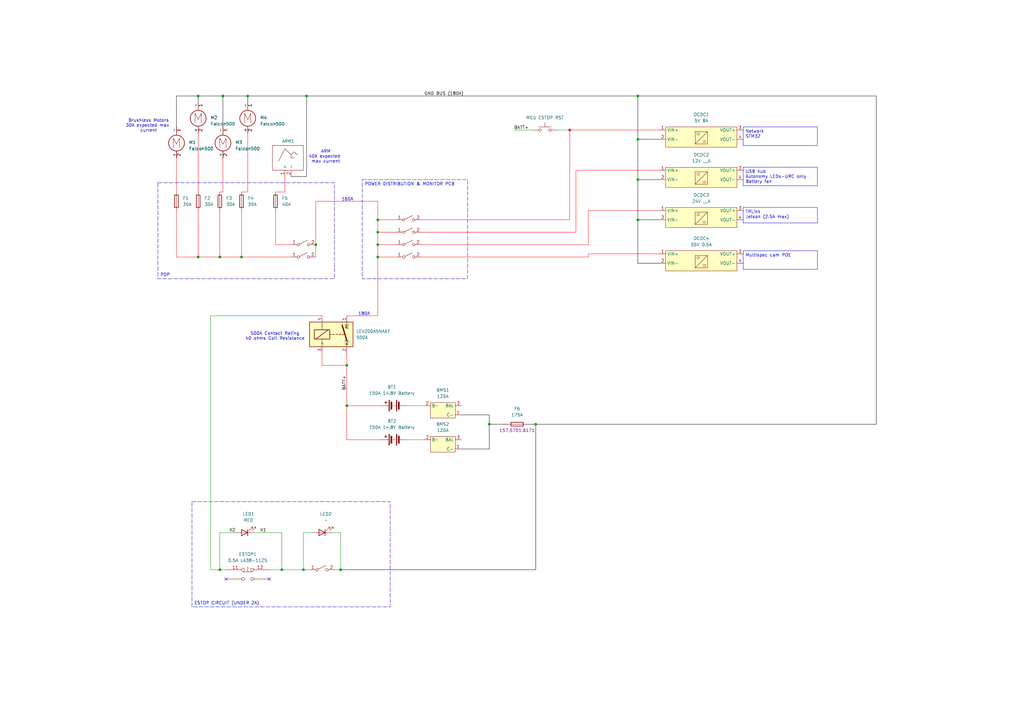
<source format=kicad_sch>
(kicad_sch (version 20250114) (generator "eeschema") (generator_version "9.0")
  (paper "A3")
  (title_block (title "CIRC Ampacity") (date "2025-11-27") (rev "1") (company "RSX") (comment 1 "Coco Lu"))
  (lib_symbols
    (symbol "Battery_1" (pin_numbers (hide yes)) (pin_names (offset 0) (hide yes))
      (property "Reference" "BT1" (at 7.62 0.5715 90))
      (property "Value" "150A 14.8V Battery" (at 5.08 0.5715 90))
      (symbol "Battery_1_0_1"
        (rectangle (start -2.286 1.778) (end 2.286 1.524) (fill (type outline)))
        (rectangle (start -2.286 -1.27) (end 2.286 -1.524) (fill (type outline)))
        (rectangle (start -1.524 1.016) (end 1.524 0.508) (fill (type outline)))
        (rectangle (start -1.524 -2.032) (end 1.524 -2.54) (fill (type outline)))
        (polyline (pts (xy 0 1.778) (xy 0 2.54)))
        (polyline (pts (xy 0 0) (xy 0 0.254)))
        (polyline (pts (xy 0 -0.508) (xy 0 -0.254)))
        (polyline (pts (xy 0 -1.016) (xy 0 -0.762)))
        (polyline (pts (xy 0.762 3.048) (xy 1.778 3.048)) (stroke (width 0.254)))
        (polyline (pts (xy 1.27 3.556) (xy 1.27 2.54)) (stroke (width 0.254)))
      )
      (symbol "Battery_1_1_1"
        (pin passive line (at 0 5.08 270) (length 2.54) (name "+") (number "1"))
        (pin passive line (at 0 -5.08 90) (length 2.54) (name "-") (number "2"))
      )
    )
    (symbol "CIRC_sym:4S_LIPO" (pin_numbers (hide yes)) (pin_names (offset 0) (hide yes))
      (property "Reference" "BT1" (at 7.62 0.5715 90))
      (property "Value" "150A 14.8V Battery" (at 5.08 0.5715 90))
      (symbol "4S_LIPO_0_1"
        (rectangle (start -2.286 1.778) (end 2.286 1.524) (fill (type outline)))
        (rectangle (start -2.286 -1.27) (end 2.286 -1.524) (fill (type outline)))
        (rectangle (start -1.524 1.016) (end 1.524 0.508) (fill (type outline)))
        (rectangle (start -1.524 -2.032) (end 1.524 -2.54) (fill (type outline)))
        (polyline (pts (xy 0 1.778) (xy 0 2.54)))
        (polyline (pts (xy 0 0) (xy 0 0.254)))
        (polyline (pts (xy 0 -0.508) (xy 0 -0.254)))
        (polyline (pts (xy 0 -1.016) (xy 0 -0.762)))
        (polyline (pts (xy 0.762 3.048) (xy 1.778 3.048)) (stroke (width 0.254)))
        (polyline (pts (xy 1.27 3.556) (xy 1.27 2.54)) (stroke (width 0.254)))
      )
      (symbol "4S_LIPO_1_1"
        (pin passive line (at 0 5.08 270) (length 2.54) (name "+") (number "1"))
        (pin passive line (at 0 -5.08 90) (length 2.54) (name "-") (number "2"))
      )
    )
    (symbol "CIRC_sym:ARM"
      (property "Reference" "ARM" (at 0 0 0))
      (symbol "ARM_0_1"
        (rectangle (start -6.35 -1.27) (end 6.35 -11.43))
      )
      (symbol "ARM_1_1"
        (polyline (pts (xy -3.81 -7.62) (xy -1.27 -2.54) (xy 1.27 -5.08) (xy 2.54 -3.81) (xy 3.81 -5.08)))
        (polyline (pts (xy 1.27 -5.08) (xy 1.27 -6.35) (xy 2.54 -6.35)))
        (pin passive line (at -1.27 -13.97 90) (length 2.54) (name "+") (number "1"))
        (pin passive line (at 1.27 -13.97 90) (length 2.54) (name "-") (number "2"))
      )
    )
    (symbol "CIRC_sym:DCDC_converter"
      (property "Reference" "DCDC" (at -0.254 0.254 0))
      (symbol "DCDC_converter_1_1"
        (rectangle (start -13.97 -2.54) (end 15.24 -10.795) (fill (type background)))
        (rectangle (start -1.905 -4.445) (end 3.175 -9.525))
        (polyline (pts (xy -1.905 -9.525) (xy 3.175 -4.445)))
        (polyline (pts (xy -1.27 -5.08) (xy 0 -5.08)))
        (polyline (pts (xy -1.27 -5.715) (xy 0 -5.715)))
        (polyline (pts (xy 1.27 -8.255) (xy 2.54 -8.255)))
        (polyline (pts (xy 1.27 -8.89) (xy 2.54 -8.89)))
        (pin passive line (at -16.51 -3.81 0) (length 2.54) (name "VIN+") (number "1"))
        (pin passive line (at -16.51 -7.62 0) (length 2.54) (name "VIN-") (number "2"))
        (pin passive line (at 17.78 -3.81 180) (length 2.54) (name "VOUT+") (number "3"))
        (pin passive line (at 17.78 -7.62 180) (length 2.54) (name "VOUT-") (number "4"))
      )
    )
    (symbol "CIRC_sym:LA38-11ZS"
      (property "Reference" "ESTOP" (at 0.254 2.032 0))
      (property "Value" "0.5A LA38-11ZS" (at 0 0 0))
      (symbol "LA38-11ZS_0_1"
        (polyline (pts (xy -1.905 -3.429) (xy 1.905 -3.429)))
        (polyline (pts (xy 0 -1.27) (xy 0 -3.302)))
      )
      (symbol "LA38-11ZS_1_1"
        (pin passive inverted (at -8.89 -2.54 0) (length 7.62) (name "") (number "11"))
        (pin passive inverted (at -8.89 -6.35 0) (length 7.62) (name "") (number ""))
        (pin passive inverted (at 8.89 -2.54 180) (length 7.62) (name "") (number "12"))
        (pin passive inverted (at 8.89 -6.35 180) (length 7.62) (name "") (number ""))
      )
    )
    (symbol "CIRC_sym:LEV200A5NAA"
      (property "Reference" "LEV200A5NAA" (at 8.89 3.81 0))
      (property "Value" "500A" (at 8.89 1.27 0))
      (symbol "LEV200A5NAA_0_0"
        (polyline (pts (xy 5.08 5.08) (xy 5.08 2.54) (xy 4.445 3.175) (xy 5.08 3.81)))
      )
      (symbol "LEV200A5NAA_0_1"
        (rectangle (start -10.16 5.08) (end 7.62 -5.08) (stroke (width 0.254)) (fill (type background)))
        (rectangle (start -8.255 1.905) (end -1.905 -1.905) (stroke (width 0.254)))
        (polyline (pts (xy -7.62 -1.905) (xy -2.54 1.905)) (stroke (width 0.254)))
        (polyline (pts (xy -5.08 5.08) (xy -5.08 1.905)))
        (polyline (pts (xy -5.08 -5.08) (xy -5.08 -1.905)))
        (polyline (pts (xy -1.905 0) (xy -1.27 0)) (stroke (width 0.254)))
        (polyline (pts (xy -0.635 0) (xy 0 0)) (stroke (width 0.254)))
        (polyline (pts (xy 0.635 0) (xy 1.27 0)) (stroke (width 0.254)))
        (polyline (pts (xy 1.905 0) (xy 2.54 0)) (stroke (width 0.254)))
        (polyline (pts (xy 3.175 0) (xy 3.81 0)) (stroke (width 0.254)))
        (polyline (pts (xy 5.08 -2.54) (xy 3.175 3.81)) (stroke (width 0.508)))
        (polyline (pts (xy 5.08 -2.54) (xy 5.08 -5.08)))
      )
      (symbol "LEV200A5NAA_1_1"
        (pin passive line (at -5.08 7.62 270) (length 2.54) (name "-") (number "4"))
        (pin passive line (at -5.08 -7.62 90) (length 2.54) (name "+") (number "3"))
        (pin passive line (at 5.08 7.62 270) (length 2.54) (name "A1") (number "1"))
        (pin passive line (at 5.08 -7.62 90) (length 2.54) (name "A2") (number "2"))
      )
    )
    (symbol "CIRC_sym:Motor_DC" (pin_names (offset 0))
      (property "Reference" "M1" (at 5.08 -1.2699 0))
      (property "Value" "Falcon500" (at 5.08 -3.8099 0))
      (symbol "Motor_DC_0_0"
        (polyline (pts (xy -1.27 -3.302) (xy -1.27 0.508) (xy 0 -2.032) (xy 1.27 0.508) (xy 1.27 -3.302)))
      )
      (symbol "Motor_DC_0_1"
        (polyline (pts (xy 0 2.032) (xy 0 2.54)))
        (polyline (pts (xy 0 1.7272) (xy 0 2.0828)))
        (circle (center 0 -1.524) (radius 3.2512) (stroke (width 0.254)))
        (polyline (pts (xy 0 -4.7752) (xy 0 -5.1816)))
        (polyline (pts (xy 0 -7.62) (xy 0 -7.112)))
      )
      (symbol "Motor_DC_1_1"
        (pin passive line (at 0 5.08 270) (length 2.54) (name "-") (number "1"))
        (pin passive line (at 0 -7.62 90) (length 2.54) (name "+") (number "2"))
      )
    )
    (symbol "CIRC_sym:SP04S034"
      (property "Reference" "BMS" (at 0 1.778 0))
      (property "Value" "120A" (at 0 0 0))
      (symbol "SP04S034_1_1"
        (rectangle (start -5.08 -1.27) (end 5.08 -7.62) (fill (type background)))
        (pin input line (at -7.62 -2.54 0) (length 2.54) (name "C-") (number "1"))
        (pin input line (at -7.62 -6.35 0) (length 2.54) (name "BAL") (number "3"))
        (pin input line (at 7.62 -6.35 180) (length 2.54) (name "B-") (number "2"))
      )
    )
    (symbol "Device:Fuse" (pin_numbers (hide yes)) (pin_names (offset 0))
      (property "Reference" "F" (at 2.032 0 90))
      (property "Value" "Fuse" (at -1.905 0 90))
      (symbol "Fuse_0_1"
        (rectangle (start -0.762 -2.54) (end 0.762 2.54) (stroke (width 0.254)))
        (polyline (pts (xy 0 2.54) (xy 0 -2.54)))
      )
      (symbol "Fuse_1_1"
        (pin passive line (at 0 3.81 270) (length 1.27) (name "~") (number "1"))
        (pin passive line (at 0 -3.81 90) (length 1.27) (name "~") (number "2"))
      )
    )
    (symbol "Device:LED" (pin_numbers (hide yes)) (pin_names (offset 1.016) (hide yes))
      (property "Reference" "D" (at 0 2.54 0))
      (property "Value" "LED" (at 0 -2.54 0))
      (symbol "LED_0_1"
        (polyline (pts (xy -3.048 -0.762) (xy -4.572 -2.286) (xy -3.81 -2.286) (xy -4.572 -2.286) (xy -4.572 -1.524)))
        (polyline (pts (xy -1.778 -0.762) (xy -3.302 -2.286) (xy -2.54 -2.286) (xy -3.302 -2.286) (xy -3.302 -1.524)))
        (polyline (pts (xy -1.27 0) (xy 1.27 0)))
        (polyline (pts (xy -1.27 -1.27) (xy -1.27 1.27)) (stroke (width 0.254)))
        (polyline (pts (xy 1.27 -1.27) (xy 1.27 1.27) (xy -1.27 0) (xy 1.27 -1.27)) (stroke (width 0.254)))
      )
      (symbol "LED_1_1"
        (pin passive line (at -3.81 0 0) (length 2.54) (name "K") (number "1"))
        (pin passive line (at 3.81 0 180) (length 2.54) (name "A") (number "2"))
      )
    )
    (symbol "Switch:SW_Push" (pin_numbers (hide yes)) (pin_names (offset 1.016) (hide yes))
      (property "Reference" "SW" (at 1.27 2.54 0))
      (property "Value" "SW_Push" (at 0 -1.524 0))
      (symbol "SW_Push_0_1"
        (circle (center -2.032 0) (radius 0.508))
        (polyline (pts (xy 0 1.27) (xy 0 3.048)))
        (circle (center 2.032 0) (radius 0.508))
        (polyline (pts (xy 2.54 1.27) (xy -2.54 1.27)))
        (pin passive line (at -5.08 0 0) (length 2.54) (name "1") (number "1"))
        (pin passive line (at 5.08 0 180) (length 2.54) (name "2") (number "2"))
      )
    )
    (symbol "Switch:SW_SPST" (pin_names (offset 0) (hide yes))
      (property "Reference" "SW" (at 0 3.175 0))
      (property "Value" "SW_SPST" (at 0 -2.54 0))
      (symbol "SW_SPST_0_0"
        (circle (center -2.032 0) (radius 0.508))
        (polyline (pts (xy -1.524 0.254) (xy 1.524 1.778)))
        (circle (center 2.032 0) (radius 0.508))
      )
      (symbol "SW_SPST_1_1"
        (pin passive line (at -5.08 0 0) (length 2.54) (name "A") (number "1"))
        (pin passive line (at 5.08 0 180) (length 2.54) (name "B") (number "2"))
      )
    )
  )
  (text "180A" (at 149.352 128.778 0) (effects (font (size 1.27 1.27))))
  (text "160A" (at 142.494 81.788 0) (effects (font (size 1.27 1.27))))
  (text "500A Contact Rating\n40 ohms Coil Resistance" (at 112.776 137.922 0) (effects (font (size 1.27 1.27))))
  (text "ARM\n40A expected \nmax current" (at 133.604 64.262 0) (effects (font (size 1.27 1.27))))
  (text "Brushless Motors\n30A expected max \ncurrent" (at 60.96 51.562 0) (effects (font (size 1.27 1.27))))
  (text_box "TPLink\nJetson (2.5A max)" (at 304.8 85.09 0) (size 30.48 6.35) (margins 0.9525 0.9525 0.9525 0.9525) (effects (font (size 1.27 1.27)) (justify left top)))
  (text_box "POWER DISTRIBUTION & MONITOR PCB" (at 148.59 73.66 0) (size 43.18 40.64) (margins 0.9525 0.9525 0.9525 0.9525) (stroke (width 0) (type dash)) (effects (font (size 1.27 1.27)) (justify left top)))
  (text_box "USB hub\nAutonomy LEDs-URC only\nBattery fan\n" (at 304.8 68.58 0) (size 30.48 7.62) (margins 0.9525 0.9525 0.9525 0.9525) (effects (font (size 1.27 1.27)) (justify left top)))
  (text_box "Network\nSTM32" (at 304.8 52.07 0) (size 30.48 7.62) (margins 0.9525 0.9525 0.9525 0.9525) (effects (font (size 1.27 1.27)) (justify left top)))
  (text_box "PDP" (at 64.77 74.93 0) (size 72.39 39.37) (margins 0.9525 0.9525 0.9525 0.9525) (stroke (width 0) (type dash)) (effects (font (size 1.27 1.27)) (justify left bottom)))
  (text_box "ESTOP CIRCUIT (UNDER 2A)" (at 78.74 205.74 0) (size 81.28 43.18) (margins 0.9525 0.9525 0.9525 0.9525) (stroke (width 0) (type dash)) (effects (font (size 1.27 1.27)) (justify left bottom)))
  (text_box "Multispec cam POE" (at 304.8 102.87 0) (size 30.48 7.62) (margins 0.9525 0.9525 0.9525 0.9525) (effects (font (size 1.27 1.27)) (justify left top)))
  (junction (at 261.62 57.15))
  (junction (at 90.17 233.68))
  (junction (at 81.28 105.41))
  (junction (at 261.62 90.17))
  (junction (at 261.62 73.66))
  (junction (at 91.44 39.37))
  (junction (at 115.57 233.68))
  (junction (at 90.17 105.41))
  (junction (at 233.68 53.34) (color 255 0 0 1))
  (junction (at 261.62 39.37))
  (junction (at 142.24 166.37))
  (junction (at 154.94 95.25))
  (junction (at 200.66 173.99))
  (junction (at 124.46 233.68))
  (junction (at 139.7 233.68))
  (junction (at 154.94 105.41))
  (junction (at 142.24 149.86))
  (junction (at 154.94 100.33))
  (junction (at 129.54 100.33))
  (junction (at 154.94 90.17))
  (junction (at 101.6 39.37))
  (junction (at 125.73 39.37))
  (junction (at 219.71 173.99))
  (junction (at 99.06 105.41))
  (junction (at 81.28 39.37))
  (no_connect (at 110.49 237.49))
  (no_connect (at 92.71 237.49))
  (wire (pts (xy 81.28 39.37) (xy 91.44 39.37)) (stroke (width 0) (color 0 0 0 1)))
  (wire (pts (xy 208.28 173.99) (xy 200.66 173.99)) (stroke (width 0) (color 0 0 0 1)))
  (wire (pts (xy 139.7 218.44) (xy 139.7 233.68)))
  (wire (pts (xy 72.39 64.77) (xy 72.39 78.74)) (stroke (width 0) (color 255 0 0 1)))
  (wire (pts (xy 91.44 39.37) (xy 91.44 52.07)) (stroke (width 0) (color 0 0 0 1)))
  (wire (pts (xy 142.24 166.37) (xy 142.24 180.34)) (stroke (width 0) (color 255 0 0 1)))
  (wire (pts (xy 154.94 129.54) (xy 142.24 129.54)) (stroke (width 0) (color 255 0 0 1)))
  (wire (pts (xy 90.17 105.41) (xy 81.28 105.41)) (stroke (width 0) (color 255 0 0 1)))
  (wire (pts (xy 261.62 57.15) (xy 261.62 73.66)) (stroke (width 0) (color 0 0 0 1)))
  (wire (pts (xy 91.44 78.74) (xy 90.17 78.74)) (stroke (width 0) (color 255 0 0 1)))
  (wire (pts (xy 132.08 144.78) (xy 132.08 149.86)) (stroke (width 0) (color 255 0 0 1)))
  (wire (pts (xy 125.73 39.37) (xy 261.62 39.37)) (stroke (width 0) (color 0 0 0 1)))
  (wire (pts (xy 236.22 69.85) (xy 270.51 69.85)) (stroke (width 0) (color 255 0 0 1)))
  (wire (pts (xy 172.72 95.25) (xy 236.22 95.25)) (stroke (width 0) (color 255 0 0 1)))
  (wire (pts (xy 86.36 129.54) (xy 86.36 233.68)))
  (wire (pts (xy 219.71 233.68) (xy 219.71 173.99)) (stroke (width 0) (color 0 0 0 1)))
  (wire (pts (xy 81.28 86.36) (xy 81.28 105.41)) (stroke (width 0) (color 255 0 0 1)))
  (wire (pts (xy 101.6 54.61) (xy 101.6 78.74)) (stroke (width 0) (color 255 0 0 1)))
  (wire (pts (xy 200.66 184.15) (xy 200.66 173.99)) (stroke (width 0) (color 0 0 0 1)))
  (wire (pts (xy 91.44 64.77) (xy 91.44 78.74)) (stroke (width 0) (color 255 0 0 1)))
  (wire (pts (xy 124.46 218.44) (xy 124.46 233.68)))
  (wire (pts (xy 142.24 149.86) (xy 142.24 166.37)) (stroke (width 0) (color 255 0 0 1)))
  (wire (pts (xy 154.94 105.41) (xy 154.94 100.33)) (stroke (width 0) (color 255 0 0 1)))
  (wire (pts (xy 115.57 233.68) (xy 124.46 233.68)))
  (wire (pts (xy 129.54 82.55) (xy 154.94 82.55)) (stroke (width 0) (color 255 0 0 1)))
  (wire (pts (xy 215.9 173.99) (xy 219.71 173.99)) (stroke (width 0) (color 0 0 0 1)))
  (wire (pts (xy 81.28 54.61) (xy 81.28 78.74)) (stroke (width 0) (color 255 0 0 1)))
  (wire (pts (xy 90.17 233.68) (xy 92.71 233.68)))
  (wire (pts (xy 154.94 105.41) (xy 154.94 129.54)) (stroke (width 0) (color 255 0 0 1)))
  (wire (pts (xy 132.08 149.86) (xy 142.24 149.86)) (stroke (width 0) (color 255 0 0 1)))
  (wire (pts (xy 154.94 100.33) (xy 154.94 95.25)) (stroke (width 0) (color 255 0 0 1)))
  (wire (pts (xy 129.54 82.55) (xy 129.54 100.33)) (stroke (width 0) (color 255 0 0 1)))
  (wire (pts (xy 154.94 100.33) (xy 162.56 100.33)) (stroke (width 0) (color 255 0 0 1)))
  (wire (pts (xy 154.94 90.17) (xy 162.56 90.17)) (stroke (width 0) (color 255 0 0 1)))
  (wire (pts (xy 116.84 78.74) (xy 113.03 78.74)) (stroke (width 0) (color 255 0 0 1)))
  (wire (pts (xy 236.22 95.25) (xy 236.22 69.85)) (stroke (width 0) (color 255 0 0 1)))
  (wire (pts (xy 154.94 105.41) (xy 162.56 105.41)) (stroke (width 0) (color 255 0 0 1)))
  (wire (pts (xy 166.37 166.37) (xy 173.99 166.37)))
  (wire (pts (xy 124.46 233.68) (xy 127 233.68)))
  (wire (pts (xy 90.17 218.44) (xy 90.17 233.68)))
  (wire (pts (xy 261.62 90.17) (xy 261.62 107.95)) (stroke (width 0) (color 0 0 0 1)))
  (wire (pts (xy 116.84 72.39) (xy 116.84 78.74)) (stroke (width 0) (color 255 0 0 1)))
  (wire (pts (xy 72.39 86.36) (xy 72.39 105.41)) (stroke (width 0) (color 255 0 0 1)))
  (wire (pts (xy 261.62 107.95) (xy 270.51 107.95)) (stroke (width 0) (color 0 0 0 1)))
  (wire (pts (xy 142.24 180.34) (xy 156.21 180.34)) (stroke (width 0) (color 255 0 0 1)))
  (wire (pts (xy 119.38 105.41) (xy 99.06 105.41)) (stroke (width 0) (color 255 0 0 1)))
  (wire (pts (xy 261.62 39.37) (xy 359.41 39.37)) (stroke (width 0) (color 0 0 0 1)))
  (wire (pts (xy 129.54 100.33) (xy 129.54 105.41)))
  (wire (pts (xy 135.89 218.44) (xy 139.7 218.44)))
  (wire (pts (xy 72.39 39.37) (xy 81.28 39.37)) (stroke (width 0) (color 0 0 0 1)))
  (wire (pts (xy 96.52 218.44) (xy 90.17 218.44)))
  (wire (pts (xy 115.57 218.44) (xy 115.57 233.68)))
  (wire (pts (xy 101.6 78.74) (xy 99.06 78.74)) (stroke (width 0) (color 255 0 0 1)))
  (wire (pts (xy 142.24 166.37) (xy 156.21 166.37)) (stroke (width 0) (color 255 0 0 1)))
  (wire (pts (xy 119.38 72.39) (xy 125.73 72.39)) (stroke (width 0) (color 0 0 0 1)))
  (wire (pts (xy 81.28 105.41) (xy 72.39 105.41)) (stroke (width 0) (color 255 0 0 1)))
  (wire (pts (xy 115.57 233.68) (xy 110.49 233.68)))
  (wire (pts (xy 172.72 105.41) (xy 241.3 105.41)) (stroke (width 0) (color 255 0 0 1)))
  (wire (pts (xy 128.27 218.44) (xy 124.46 218.44)))
  (wire (pts (xy 113.03 86.36) (xy 113.03 100.33)) (stroke (width 0) (color 255 0 0 1)))
  (wire (pts (xy 132.08 129.54) (xy 86.36 129.54)))
  (wire (pts (xy 125.73 39.37) (xy 125.73 72.39)) (stroke (width 0) (color 0 0 0 1)))
  (wire (pts (xy 233.68 90.17) (xy 233.68 53.34)) (stroke (width 0) (color 255 0 0 1)))
  (wire (pts (xy 99.06 105.41) (xy 90.17 105.41)) (stroke (width 0) (color 255 0 0 1)))
  (wire (pts (xy 172.72 100.33) (xy 241.3 100.33)) (stroke (width 0) (color 255 0 0 1)))
  (wire (pts (xy 113.03 100.33) (xy 119.38 100.33)) (stroke (width 0) (color 255 0 0 1)))
  (wire (pts (xy 261.62 39.37) (xy 261.62 57.15)) (stroke (width 0) (color 0 0 0 1)))
  (wire (pts (xy 241.3 100.33) (xy 241.3 86.36)) (stroke (width 0) (color 255 0 0 1)))
  (wire (pts (xy 261.62 73.66) (xy 270.51 73.66)) (stroke (width 0) (color 0 0 0 1)))
  (wire (pts (xy 189.23 184.15) (xy 200.66 184.15)) (stroke (width 0) (color 0 0 0 1)))
  (wire (pts (xy 154.94 95.25) (xy 162.56 95.25)) (stroke (width 0) (color 255 0 0 1)))
  (wire (pts (xy 219.71 173.99) (xy 359.41 173.99)) (stroke (width 0) (color 0 0 0 1)))
  (wire (pts (xy 72.39 52.07) (xy 72.39 39.37)) (stroke (width 0) (color 0 0 0 1)))
  (wire (pts (xy 142.24 144.78) (xy 142.24 149.86)) (stroke (width 0) (color 255 0 0 1)))
  (wire (pts (xy 261.62 73.66) (xy 261.62 90.17)) (stroke (width 0) (color 0 0 0 1)))
  (wire (pts (xy 172.72 90.17) (xy 233.68 90.17)) (stroke (width 0) (color 255 0 0 1)))
  (wire (pts (xy 241.3 104.14) (xy 270.51 104.14)) (stroke (width 0) (color 255 0 0 1)))
  (wire (pts (xy 210.82 53.34) (xy 218.44 53.34)))
  (wire (pts (xy 166.37 180.34) (xy 173.99 180.34)))
  (wire (pts (xy 270.51 57.15) (xy 261.62 57.15)) (stroke (width 0) (color 0 0 0 1)))
  (wire (pts (xy 139.7 233.68) (xy 219.71 233.68)) (stroke (width 0) (color 0 0 0 1)))
  (wire (pts (xy 86.36 233.68) (xy 90.17 233.68)))
  (wire (pts (xy 241.3 105.41) (xy 241.3 104.14)) (stroke (width 0) (color 255 0 0 1)))
  (wire (pts (xy 359.41 39.37) (xy 359.41 173.99)) (stroke (width 0) (color 0 0 0 1)))
  (wire (pts (xy 101.6 39.37) (xy 101.6 41.91)) (stroke (width 0) (color 0 0 0 1)))
  (wire (pts (xy 154.94 82.55) (xy 154.94 90.17)) (stroke (width 0) (color 255 0 0 1)))
  (wire (pts (xy 261.62 90.17) (xy 270.51 90.17)) (stroke (width 0) (color 0 0 0 1)))
  (wire (pts (xy 200.66 173.99) (xy 200.66 170.18)) (stroke (width 0) (color 0 0 0 1)))
  (wire (pts (xy 91.44 39.37) (xy 101.6 39.37)) (stroke (width 0) (color 0 0 0 1)))
  (wire (pts (xy 104.14 218.44) (xy 115.57 218.44)))
  (wire (pts (xy 154.94 95.25) (xy 154.94 90.17)) (stroke (width 0) (color 255 0 0 1)))
  (wire (pts (xy 228.6 53.34) (xy 233.68 53.34)))
  (wire (pts (xy 233.68 53.34) (xy 270.51 53.34)) (stroke (width 0) (color 255 0 0 1)))
  (wire (pts (xy 99.06 86.36) (xy 99.06 105.41)) (stroke (width 0) (color 255 0 0 1)))
  (wire (pts (xy 241.3 86.36) (xy 270.51 86.36)) (stroke (width 0) (color 255 0 0 1)))
  (wire (pts (xy 200.66 170.18) (xy 189.23 170.18)) (stroke (width 0) (color 0 0 0 1)))
  (wire (pts (xy 81.28 39.37) (xy 81.28 41.91)) (stroke (width 0) (color 0 0 0 1)))
  (wire (pts (xy 101.6 39.37) (xy 125.73 39.37)) (stroke (width 0) (color 0 0 0 1)))
  (wire (pts (xy 137.16 233.68) (xy 139.7 233.68)))
  (wire (pts (xy 90.17 86.36) (xy 90.17 105.41)) (stroke (width 0) (color 255 0 0 1)))
  (label "GND BUS (180A)" (at 173.99 39.37 0))
  (label "BATT+" (at 210.82 53.34 0))
  (label "X2" (at 93.98 218.44 0))
  (label "X1" (at 106.68 218.44 0))
  (label "BATT+" (at 142.24 160.02 90))
  (symbol (lib_id "Device:LED") (at 100.33 218.44 180) (unit 1)
    (property "Reference" "LED1" (at 101.9175 210.82 0))
    (property "Value" "RED" (at 101.9175 213.36 0))
    (property "Description" "Light emitting diode" (effects (hide yes)))
    (property "Sim.Pins" "1=K 2=A" (effects (hide yes)))
  )
  (symbol (lib_id "CIRC_sym:Motor_DC") (at 72.39 57.15 0) (unit 1)
    (property "Reference" "M1" (at 77.47 58.4199 0) (effects (justify left)))
    (property "Value" "Falcon500" (at 77.47 60.9599 0) (effects (justify left)))
    (property "Datasheet" "https://ctre.download/files/user-manual/Falcon%20500%20v3%20User's%20Guide.pdf" (effects (hide yes)))
    (property "Description" "Falcon 500 Brushless Motor" (effects (hide yes)))
    (property "MFR" "Vex Robotics" (effects (hide yes)))
  )
  (symbol (lib_id "Switch:SW_SPST") (at 167.64 90.17 0) (unit 1)
    (property "Reference" "SW2" (effects (hide yes)))
    (property "Value" "SW_SPST" (effects (hide yes)))
    (property "Description" "Single Pole Single Throw (SPST) switch" (effects (hide yes)))
  )
  (symbol (lib_name "Battery_1") (lib_id "Device:Battery") (at 161.29 166.37 90) (unit 1)
    (property "Reference" "BT1" (at 160.7185 158.75 90))
    (property "Value" "150A 14.8V Battery" (at 160.7185 161.29 90))
    (property "Description" "Turnigy Graphene 10000mAh 4S 15C discharge" (effects (hide yes)))
  )
  (symbol (lib_id "CIRC_sym:DCDC_converter") (at 287.02 82.55 0) (unit 1)
    (property "Reference" "DCDC3" (at 287.655 80.01 0))
    (property "Value" "24V __A" (at 287.655 82.55 0))
  )
  (symbol (lib_id "Device:LED") (at 132.08 218.44 180) (unit 1)
    (property "Reference" "LED2" (at 133.6675 210.82 0))
    (property "Value" "~" (at 133.6675 213.36 0))
    (property "Description" "Light emitting diode" (effects (hide yes)))
    (property "Sim.Pins" "1=K 2=A" (effects (hide yes)))
  )
  (symbol (lib_id "CIRC_sym:SP04S034") (at 181.61 186.69 180) (unit 1)
    (property "Reference" "BMS2" (at 181.61 173.99 0))
    (property "Value" "120A" (at 181.61 176.53 0))
    (property "Datasheet" "https://cdn-files.myshopline.com/file/store/1720492677212/SP04S034-Li-ion-old-4.pdf" (effects (hide yes)))
    (property "Description" "JBD Smart bms 4S 120A  Liion Battery PCB with Uart Heating Function & Series Connection" (effects (hide yes)))
  )
  (symbol (lib_id "Switch:SW_SPST") (at 124.46 100.33 0) (unit 1)
    (property "Reference" "SW6" (effects (hide yes)))
    (property "Value" "SW_SPST" (effects (hide yes)))
    (property "Description" "Single Pole Single Throw (SPST) switch" (effects (hide yes)))
  )
  (symbol (lib_id "CIRC_sym:DCDC_converter") (at 287.02 66.04 0) (unit 1)
    (property "Reference" "DCDC2" (at 287.655 63.5 0))
    (property "Value" "12V __A" (at 287.655 66.04 0))
  )
  (symbol (lib_id "Device:Fuse") (at 81.28 82.55 180) (unit 1)
    (property "Reference" "F2" (at 83.82 81.2799 0) (effects (justify right)))
    (property "Value" "30A" (at 83.82 83.8199 0) (effects (justify right)))
    (property "Description" "Fuse" (effects (hide yes)))
  )
  (symbol (lib_id "CIRC_sym:DCDC_converter") (at 287.02 100.33 0) (unit 1)
    (property "Reference" "DCDC4" (at 287.655 97.79 0))
    (property "Value" "55V 0.5A" (at 287.655 100.33 0))
  )
  (symbol (lib_id "CIRC_sym:DCDC_converter") (at 287.02 49.53 0) (unit 1)
    (property "Reference" "DCDC1" (at 287.655 46.99 0))
    (property "Value" "5V 8A" (at 287.655 49.53 0))
  )
  (symbol (lib_id "CIRC_sym:LEV200A5NAA") (at 137.16 137.16 0) (unit 1)
    (property "Reference" "LEV200A5NAA?" (at 146.05 135.8899 0) (effects (justify left)))
    (property "Value" "500A" (at 146.05 138.4299 0) (effects (justify left)))
    (property "Datasheet" "https://www.te.com/commerce/DocumentDelivery/DDEController?Action=showdoc&DocId=Catalog+Section%7F5-1773450-5_sec7_LEV200%7F0313%7Fpdf%7FEnglish%7FENG_CS_5-1773450-5_sec7_LEV200_0313_5-1773450-5_Sec7_LEV200.pdf%7F4-1618388-6" (effects (hide yes)))
    (property "Description" "Contactor SPST-NO-DM 24VDC-Coil" (effects (hide yes)))
  )
  (symbol (lib_id "Switch:SW_SPST") (at 132.08 233.68 0) (unit 1)
    (property "Reference" "SW7" (effects (hide yes)))
    (property "Value" "SW_SPST" (effects (hide yes)))
    (property "Description" "Single Pole Single Throw (SPST) switch" (effects (hide yes)))
  )
  (symbol (lib_id "Switch:SW_SPST") (at 167.64 95.25 0) (unit 1)
    (property "Reference" "SW3" (effects (hide yes)))
    (property "Value" "SW_SPST" (effects (hide yes)))
    (property "Description" "Single Pole Single Throw (SPST) switch" (effects (hide yes)))
  )
  (symbol (lib_id "CIRC_sym:Motor_DC") (at 91.44 57.15 0) (unit 1)
    (property "Reference" "M3" (at 96.52 58.4199 0) (effects (justify left)))
    (property "Value" "Falcon500" (at 96.52 60.9599 0) (effects (justify left)))
    (property "Datasheet" "https://ctre.download/files/user-manual/Falcon%20500%20v3%20User's%20Guide.pdf" (effects (hide yes)))
    (property "Description" "Falcon 500 Brushless Motor" (effects (hide yes)))
    (property "MFR" "Vex Robotics" (effects (hide yes)))
  )
  (symbol (lib_id "CIRC_sym:ARM") (at 118.11 58.42 0) (unit 1)
    (property "Reference" "ARM1" (at 115.57 57.912 0) (effects (justify left)))
  )
  (symbol (lib_id "Device:Fuse") (at 212.09 173.99 90) (unit 1)
    (property "Reference" "F6" (at 212.09 167.64 90))
    (property "Value" "175A" (at 212.09 170.18 90))
    (property "Description" "157.5701.6171" (at 212.09 176.53 90))
    (property "DPN" "F7070-ND" (effects (hide yes)))
    (property "MPN" "157.5701.6171" (effects (hide yes)))
  )
  (symbol (lib_id "CIRC_sym:SP04S034") (at 181.61 172.72 180) (unit 1)
    (property "Reference" "BMS1" (at 181.61 160.02 0))
    (property "Value" "120A" (at 181.61 162.56 0))
    (property "Datasheet" "https://cdn-files.myshopline.com/file/store/1720492677212/SP04S034-Li-ion-old-4.pdf" (effects (hide yes)))
    (property "Description" "JBD Smart bms 4S 120A  Liion Battery PCB with Uart Heating Function & Series Connection" (effects (hide yes)))
  )
  (symbol (lib_id "CIRC_sym:4S_LIPO") (at 161.29 180.34 90) (unit 1)
    (property "Reference" "BT2" (at 160.7185 172.72 90))
    (property "Value" "150A 14.8V Battery" (at 160.7185 175.26 90))
    (property "Description" "Turnigy Graphene 10000mAh 4S 15C discharge" (effects (hide yes)))
  )
  (symbol (lib_id "Device:Fuse") (at 72.39 82.55 180) (unit 1)
    (property "Reference" "F1" (at 74.93 81.2799 0) (effects (justify right)))
    (property "Value" "30A" (at 74.93 83.8199 0) (effects (justify right)))
    (property "Description" "Fuse" (effects (hide yes)))
  )
  (symbol (lib_id "CIRC_sym:Motor_DC") (at 101.6 46.99 0) (unit 1)
    (property "Reference" "M4" (at 106.68 48.2599 0) (effects (justify left)))
    (property "Value" "Falcon500" (at 106.68 50.7999 0) (effects (justify left)))
    (property "Datasheet" "https://ctre.download/files/user-manual/Falcon%20500%20v3%20User's%20Guide.pdf" (effects (hide yes)))
    (property "Description" "Falcon 500 Brushless Motor" (effects (hide yes)))
    (property "MFR" "Vex Robotics" (effects (hide yes)))
  )
  (symbol (lib_id "Device:Fuse") (at 99.06 82.55 180) (unit 1)
    (property "Reference" "F4" (at 101.6 81.2799 0) (effects (justify right)))
    (property "Value" "30A" (at 101.6 83.8199 0) (effects (justify right)))
    (property "Description" "Fuse" (effects (hide yes)))
  )
  (symbol (lib_id "Switch:SW_SPST") (at 124.46 105.41 0) (unit 1)
    (property "Reference" "SW1" (effects (hide yes)))
    (property "Value" "SW_SPST" (effects (hide yes)))
    (property "Description" "Single Pole Single Throw (SPST) switch" (effects (hide yes)))
  )
  (symbol (lib_id "CIRC_sym:Motor_DC") (at 81.28 46.99 0) (unit 1)
    (property "Reference" "M2" (at 86.36 48.2599 0) (effects (justify left)))
    (property "Value" "Falcon500" (at 86.36 50.7999 0) (effects (justify left)))
    (property "Datasheet" "https://ctre.download/files/user-manual/Falcon%20500%20v3%20User's%20Guide.pdf" (effects (hide yes)))
    (property "Description" "Falcon 500 Brushless Motor" (effects (hide yes)))
    (property "MFR" "Vex Robotics" (effects (hide yes)))
  )
  (symbol (lib_id "Device:Fuse") (at 90.17 82.55 180) (unit 1)
    (property "Reference" "F3" (at 92.71 81.2799 0) (effects (justify right)))
    (property "Value" "30A" (at 92.71 83.8199 0) (effects (justify right)))
    (property "Description" "Fuse" (effects (hide yes)))
  )
  (symbol (lib_id "Switch:SW_Push") (at 223.52 53.34 0) (unit 1)
    (property "Reference" "SW8" (effects (hide yes)))
    (property "Value" "MCU ESTOP RST" (at 223.52 48.26 0))
    (property "Description" "Push button switch, generic, two pins" (effects (hide yes)))
  )
  (symbol (lib_id "Switch:SW_SPST") (at 167.64 105.41 0) (unit 1)
    (property "Reference" "SW5" (effects (hide yes)))
    (property "Value" "SW_SPST" (effects (hide yes)))
    (property "Description" "Single Pole Single Throw (SPST) switch" (effects (hide yes)))
  )
  (symbol (lib_id "Device:Fuse") (at 113.03 82.55 180) (unit 1)
    (property "Reference" "F5" (at 115.57 81.2799 0) (effects (justify right)))
    (property "Value" "40A" (at 115.57 83.8199 0) (effects (justify right)))
    (property "Description" "Fuse" (effects (hide yes)))
  )
  (symbol (lib_id "Switch:SW_SPST") (at 167.64 100.33 0) (unit 1)
    (property "Reference" "SW4" (effects (hide yes)))
    (property "Value" "SW_SPST" (effects (hide yes)))
    (property "Description" "Single Pole Single Throw (SPST) switch" (effects (hide yes)))
  )
  (symbol (lib_id "CIRC_sym:LA38-11ZS") (at 101.6 231.14 0) (unit 1)
    (property "Reference" "ESTOP1" (at 101.6 227.33 0))
    (property "Value" "0.5A LA38-11ZS" (at 101.6 229.87 0))
    (property "Datasheet" "https://yizhantongimage.oss-accelerate.aliyuncs.com/UploadFiles/20241219102120212069.pdf" (effects (hide yes)))
    (property "Description" "440V 0.5A" (effects (hide yes)))
  )
)
</source>
